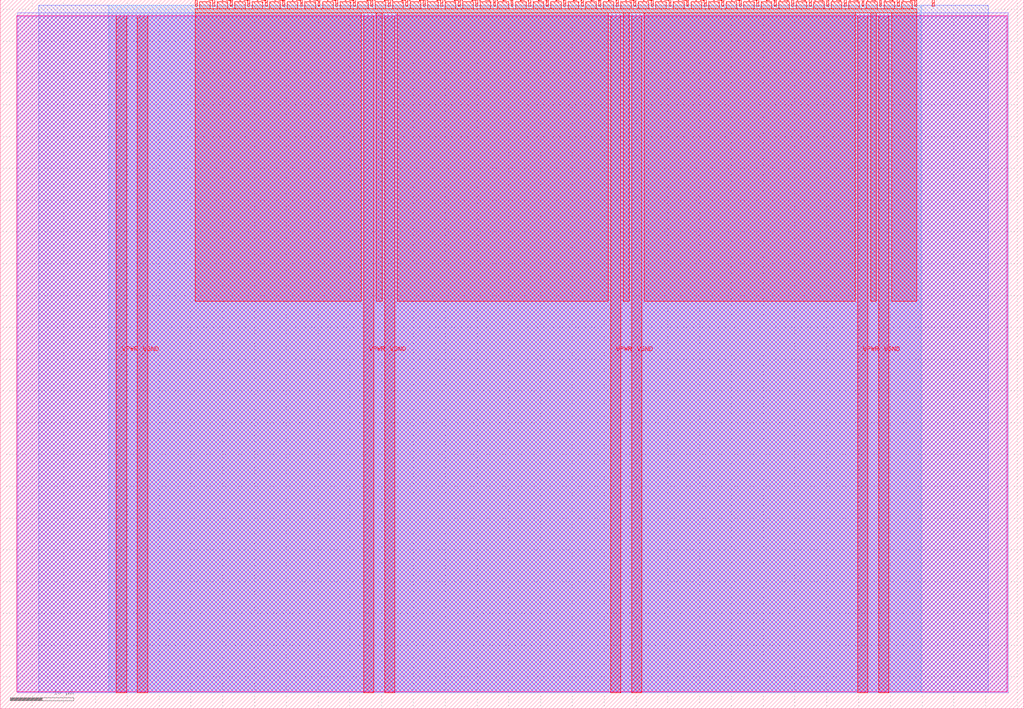
<source format=lef>
VERSION 5.7 ;
  NOWIREEXTENSIONATPIN ON ;
  DIVIDERCHAR "/" ;
  BUSBITCHARS "[]" ;
MACRO tt_um_fifo
  CLASS BLOCK ;
  FOREIGN tt_um_fifo ;
  ORIGIN 0.000 0.000 ;
  SIZE 161.000 BY 111.520 ;
  PIN VGND
    DIRECTION INOUT ;
    USE GROUND ;
    PORT
      LAYER met4 ;
        RECT 21.580 2.480 23.180 109.040 ;
    END
    PORT
      LAYER met4 ;
        RECT 60.450 2.480 62.050 109.040 ;
    END
    PORT
      LAYER met4 ;
        RECT 99.320 2.480 100.920 109.040 ;
    END
    PORT
      LAYER met4 ;
        RECT 138.190 2.480 139.790 109.040 ;
    END
  END VGND
  PIN VPWR
    DIRECTION INOUT ;
    USE POWER ;
    PORT
      LAYER met4 ;
        RECT 18.280 2.480 19.880 109.040 ;
    END
    PORT
      LAYER met4 ;
        RECT 57.150 2.480 58.750 109.040 ;
    END
    PORT
      LAYER met4 ;
        RECT 96.020 2.480 97.620 109.040 ;
    END
    PORT
      LAYER met4 ;
        RECT 134.890 2.480 136.490 109.040 ;
    END
  END VPWR
  PIN clk
    DIRECTION INPUT ;
    USE SIGNAL ;
    ANTENNAGATEAREA 0.852000 ;
    PORT
      LAYER met4 ;
        RECT 143.830 110.520 144.130 111.520 ;
    END
  END clk
  PIN ena
    DIRECTION INPUT ;
    USE SIGNAL ;
    PORT
      LAYER met4 ;
        RECT 146.590 110.520 146.890 111.520 ;
    END
  END ena
  PIN rst_n
    DIRECTION INPUT ;
    USE SIGNAL ;
    PORT
      LAYER met4 ;
        RECT 141.070 110.520 141.370 111.520 ;
    END
  END rst_n
  PIN ui_in[0]
    DIRECTION INPUT ;
    USE SIGNAL ;
    ANTENNAGATEAREA 0.196500 ;
    PORT
      LAYER met4 ;
        RECT 138.310 110.520 138.610 111.520 ;
    END
  END ui_in[0]
  PIN ui_in[1]
    DIRECTION INPUT ;
    USE SIGNAL ;
    ANTENNAGATEAREA 0.126000 ;
    PORT
      LAYER met4 ;
        RECT 135.550 110.520 135.850 111.520 ;
    END
  END ui_in[1]
  PIN ui_in[2]
    DIRECTION INPUT ;
    USE SIGNAL ;
    ANTENNAGATEAREA 0.196500 ;
    PORT
      LAYER met4 ;
        RECT 132.790 110.520 133.090 111.520 ;
    END
  END ui_in[2]
  PIN ui_in[3]
    DIRECTION INPUT ;
    USE SIGNAL ;
    ANTENNAGATEAREA 0.196500 ;
    PORT
      LAYER met4 ;
        RECT 130.030 110.520 130.330 111.520 ;
    END
  END ui_in[3]
  PIN ui_in[4]
    DIRECTION INPUT ;
    USE SIGNAL ;
    ANTENNAGATEAREA 0.196500 ;
    PORT
      LAYER met4 ;
        RECT 127.270 110.520 127.570 111.520 ;
    END
  END ui_in[4]
  PIN ui_in[5]
    DIRECTION INPUT ;
    USE SIGNAL ;
    ANTENNAGATEAREA 0.126000 ;
    PORT
      LAYER met4 ;
        RECT 124.510 110.520 124.810 111.520 ;
    END
  END ui_in[5]
  PIN ui_in[6]
    DIRECTION INPUT ;
    USE SIGNAL ;
    ANTENNAGATEAREA 0.196500 ;
    PORT
      LAYER met4 ;
        RECT 121.750 110.520 122.050 111.520 ;
    END
  END ui_in[6]
  PIN ui_in[7]
    DIRECTION INPUT ;
    USE SIGNAL ;
    ANTENNAGATEAREA 0.196500 ;
    PORT
      LAYER met4 ;
        RECT 118.990 110.520 119.290 111.520 ;
    END
  END ui_in[7]
  PIN uio_in[0]
    DIRECTION INPUT ;
    USE SIGNAL ;
    PORT
      LAYER met4 ;
        RECT 116.230 110.520 116.530 111.520 ;
    END
  END uio_in[0]
  PIN uio_in[1]
    DIRECTION INPUT ;
    USE SIGNAL ;
    PORT
      LAYER met4 ;
        RECT 113.470 110.520 113.770 111.520 ;
    END
  END uio_in[1]
  PIN uio_in[2]
    DIRECTION INPUT ;
    USE SIGNAL ;
    PORT
      LAYER met4 ;
        RECT 110.710 110.520 111.010 111.520 ;
    END
  END uio_in[2]
  PIN uio_in[3]
    DIRECTION INPUT ;
    USE SIGNAL ;
    ANTENNAGATEAREA 0.126000 ;
    PORT
      LAYER met4 ;
        RECT 107.950 110.520 108.250 111.520 ;
    END
  END uio_in[3]
  PIN uio_in[4]
    DIRECTION INPUT ;
    USE SIGNAL ;
    ANTENNAGATEAREA 0.196500 ;
    PORT
      LAYER met4 ;
        RECT 105.190 110.520 105.490 111.520 ;
    END
  END uio_in[4]
  PIN uio_in[5]
    DIRECTION INPUT ;
    USE SIGNAL ;
    PORT
      LAYER met4 ;
        RECT 102.430 110.520 102.730 111.520 ;
    END
  END uio_in[5]
  PIN uio_in[6]
    DIRECTION INPUT ;
    USE SIGNAL ;
    ANTENNAGATEAREA 0.196500 ;
    PORT
      LAYER met4 ;
        RECT 99.670 110.520 99.970 111.520 ;
    END
  END uio_in[6]
  PIN uio_in[7]
    DIRECTION INPUT ;
    USE SIGNAL ;
    ANTENNAGATEAREA 0.196500 ;
    PORT
      LAYER met4 ;
        RECT 96.910 110.520 97.210 111.520 ;
    END
  END uio_in[7]
  PIN uio_oe[0]
    DIRECTION OUTPUT ;
    USE SIGNAL ;
    PORT
      LAYER met4 ;
        RECT 49.990 110.520 50.290 111.520 ;
    END
  END uio_oe[0]
  PIN uio_oe[1]
    DIRECTION OUTPUT ;
    USE SIGNAL ;
    PORT
      LAYER met4 ;
        RECT 47.230 110.520 47.530 111.520 ;
    END
  END uio_oe[1]
  PIN uio_oe[2]
    DIRECTION OUTPUT ;
    USE SIGNAL ;
    PORT
      LAYER met4 ;
        RECT 44.470 110.520 44.770 111.520 ;
    END
  END uio_oe[2]
  PIN uio_oe[3]
    DIRECTION OUTPUT ;
    USE SIGNAL ;
    PORT
      LAYER met4 ;
        RECT 41.710 110.520 42.010 111.520 ;
    END
  END uio_oe[3]
  PIN uio_oe[4]
    DIRECTION OUTPUT ;
    USE SIGNAL ;
    PORT
      LAYER met4 ;
        RECT 38.950 110.520 39.250 111.520 ;
    END
  END uio_oe[4]
  PIN uio_oe[5]
    DIRECTION OUTPUT ;
    USE SIGNAL ;
    PORT
      LAYER met4 ;
        RECT 36.190 110.520 36.490 111.520 ;
    END
  END uio_oe[5]
  PIN uio_oe[6]
    DIRECTION OUTPUT ;
    USE SIGNAL ;
    PORT
      LAYER met4 ;
        RECT 33.430 110.520 33.730 111.520 ;
    END
  END uio_oe[6]
  PIN uio_oe[7]
    DIRECTION OUTPUT ;
    USE SIGNAL ;
    PORT
      LAYER met4 ;
        RECT 30.670 110.520 30.970 111.520 ;
    END
  END uio_oe[7]
  PIN uio_out[0]
    DIRECTION OUTPUT ;
    USE SIGNAL ;
    ANTENNADIFFAREA 0.445500 ;
    PORT
      LAYER met4 ;
        RECT 72.070 110.520 72.370 111.520 ;
    END
  END uio_out[0]
  PIN uio_out[1]
    DIRECTION OUTPUT ;
    USE SIGNAL ;
    ANTENNADIFFAREA 0.795200 ;
    PORT
      LAYER met4 ;
        RECT 69.310 110.520 69.610 111.520 ;
    END
  END uio_out[1]
  PIN uio_out[2]
    DIRECTION OUTPUT ;
    USE SIGNAL ;
    ANTENNADIFFAREA 0.445500 ;
    PORT
      LAYER met4 ;
        RECT 66.550 110.520 66.850 111.520 ;
    END
  END uio_out[2]
  PIN uio_out[3]
    DIRECTION OUTPUT ;
    USE SIGNAL ;
    PORT
      LAYER met4 ;
        RECT 63.790 110.520 64.090 111.520 ;
    END
  END uio_out[3]
  PIN uio_out[4]
    DIRECTION OUTPUT ;
    USE SIGNAL ;
    PORT
      LAYER met4 ;
        RECT 61.030 110.520 61.330 111.520 ;
    END
  END uio_out[4]
  PIN uio_out[5]
    DIRECTION OUTPUT ;
    USE SIGNAL ;
    ANTENNADIFFAREA 0.445500 ;
    PORT
      LAYER met4 ;
        RECT 58.270 110.520 58.570 111.520 ;
    END
  END uio_out[5]
  PIN uio_out[6]
    DIRECTION OUTPUT ;
    USE SIGNAL ;
    PORT
      LAYER met4 ;
        RECT 55.510 110.520 55.810 111.520 ;
    END
  END uio_out[6]
  PIN uio_out[7]
    DIRECTION OUTPUT ;
    USE SIGNAL ;
    PORT
      LAYER met4 ;
        RECT 52.750 110.520 53.050 111.520 ;
    END
  END uio_out[7]
  PIN uo_out[0]
    DIRECTION OUTPUT ;
    USE SIGNAL ;
    ANTENNAGATEAREA 0.247500 ;
    ANTENNADIFFAREA 0.445500 ;
    PORT
      LAYER met4 ;
        RECT 94.150 110.520 94.450 111.520 ;
    END
  END uo_out[0]
  PIN uo_out[1]
    DIRECTION OUTPUT ;
    USE SIGNAL ;
    ANTENNAGATEAREA 0.247500 ;
    ANTENNADIFFAREA 0.445500 ;
    PORT
      LAYER met4 ;
        RECT 91.390 110.520 91.690 111.520 ;
    END
  END uo_out[1]
  PIN uo_out[2]
    DIRECTION OUTPUT ;
    USE SIGNAL ;
    ANTENNAGATEAREA 0.247500 ;
    ANTENNADIFFAREA 0.445500 ;
    PORT
      LAYER met4 ;
        RECT 88.630 110.520 88.930 111.520 ;
    END
  END uo_out[2]
  PIN uo_out[3]
    DIRECTION OUTPUT ;
    USE SIGNAL ;
    ANTENNAGATEAREA 0.247500 ;
    ANTENNADIFFAREA 0.445500 ;
    PORT
      LAYER met4 ;
        RECT 85.870 110.520 86.170 111.520 ;
    END
  END uo_out[3]
  PIN uo_out[4]
    DIRECTION OUTPUT ;
    USE SIGNAL ;
    ANTENNAGATEAREA 0.247500 ;
    ANTENNADIFFAREA 0.445500 ;
    PORT
      LAYER met4 ;
        RECT 83.110 110.520 83.410 111.520 ;
    END
  END uo_out[4]
  PIN uo_out[5]
    DIRECTION OUTPUT ;
    USE SIGNAL ;
    ANTENNAGATEAREA 0.247500 ;
    ANTENNADIFFAREA 0.445500 ;
    PORT
      LAYER met4 ;
        RECT 80.350 110.520 80.650 111.520 ;
    END
  END uo_out[5]
  PIN uo_out[6]
    DIRECTION OUTPUT ;
    USE SIGNAL ;
    ANTENNAGATEAREA 0.247500 ;
    ANTENNADIFFAREA 0.445500 ;
    PORT
      LAYER met4 ;
        RECT 77.590 110.520 77.890 111.520 ;
    END
  END uo_out[6]
  PIN uo_out[7]
    DIRECTION OUTPUT ;
    USE SIGNAL ;
    ANTENNAGATEAREA 0.247500 ;
    ANTENNADIFFAREA 0.445500 ;
    PORT
      LAYER met4 ;
        RECT 74.830 110.520 75.130 111.520 ;
    END
  END uo_out[7]
  OBS
      LAYER nwell ;
        RECT 2.570 2.635 158.430 108.990 ;
      LAYER li1 ;
        RECT 2.760 2.635 158.240 108.885 ;
      LAYER met1 ;
        RECT 2.760 2.480 158.540 109.440 ;
      LAYER met2 ;
        RECT 6.080 2.535 155.380 110.685 ;
      LAYER met3 ;
        RECT 17.085 2.555 144.835 110.665 ;
      LAYER met4 ;
        RECT 31.370 110.120 33.030 111.170 ;
        RECT 34.130 110.120 35.790 111.170 ;
        RECT 36.890 110.120 38.550 111.170 ;
        RECT 39.650 110.120 41.310 111.170 ;
        RECT 42.410 110.120 44.070 111.170 ;
        RECT 45.170 110.120 46.830 111.170 ;
        RECT 47.930 110.120 49.590 111.170 ;
        RECT 50.690 110.120 52.350 111.170 ;
        RECT 53.450 110.120 55.110 111.170 ;
        RECT 56.210 110.120 57.870 111.170 ;
        RECT 58.970 110.120 60.630 111.170 ;
        RECT 61.730 110.120 63.390 111.170 ;
        RECT 64.490 110.120 66.150 111.170 ;
        RECT 67.250 110.120 68.910 111.170 ;
        RECT 70.010 110.120 71.670 111.170 ;
        RECT 72.770 110.120 74.430 111.170 ;
        RECT 75.530 110.120 77.190 111.170 ;
        RECT 78.290 110.120 79.950 111.170 ;
        RECT 81.050 110.120 82.710 111.170 ;
        RECT 83.810 110.120 85.470 111.170 ;
        RECT 86.570 110.120 88.230 111.170 ;
        RECT 89.330 110.120 90.990 111.170 ;
        RECT 92.090 110.120 93.750 111.170 ;
        RECT 94.850 110.120 96.510 111.170 ;
        RECT 97.610 110.120 99.270 111.170 ;
        RECT 100.370 110.120 102.030 111.170 ;
        RECT 103.130 110.120 104.790 111.170 ;
        RECT 105.890 110.120 107.550 111.170 ;
        RECT 108.650 110.120 110.310 111.170 ;
        RECT 111.410 110.120 113.070 111.170 ;
        RECT 114.170 110.120 115.830 111.170 ;
        RECT 116.930 110.120 118.590 111.170 ;
        RECT 119.690 110.120 121.350 111.170 ;
        RECT 122.450 110.120 124.110 111.170 ;
        RECT 125.210 110.120 126.870 111.170 ;
        RECT 127.970 110.120 129.630 111.170 ;
        RECT 130.730 110.120 132.390 111.170 ;
        RECT 133.490 110.120 135.150 111.170 ;
        RECT 136.250 110.120 137.910 111.170 ;
        RECT 139.010 110.120 140.670 111.170 ;
        RECT 141.770 110.120 143.430 111.170 ;
        RECT 30.655 109.440 144.145 110.120 ;
        RECT 30.655 64.095 56.750 109.440 ;
        RECT 59.150 64.095 60.050 109.440 ;
        RECT 62.450 64.095 95.620 109.440 ;
        RECT 98.020 64.095 98.920 109.440 ;
        RECT 101.320 64.095 134.490 109.440 ;
        RECT 136.890 64.095 137.790 109.440 ;
        RECT 140.190 64.095 144.145 109.440 ;
  END
END tt_um_fifo
END LIBRARY


</source>
